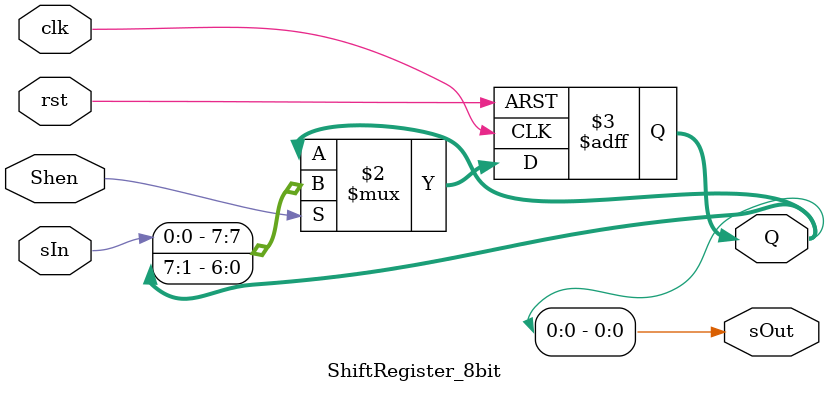
<source format=sv>
module ShiftRegister_8bit(input sIn,Shen,clk,rst, output logic [7:0] Q, output sOut);
    always @(posedge clk, posedge rst) begin
        if(rst) Q <= 8'd0;
        else Q <= (Shen) ? {sIn, Q[7:1]} : Q;
    end
    assign sOut = Q[0];
endmodule

</source>
